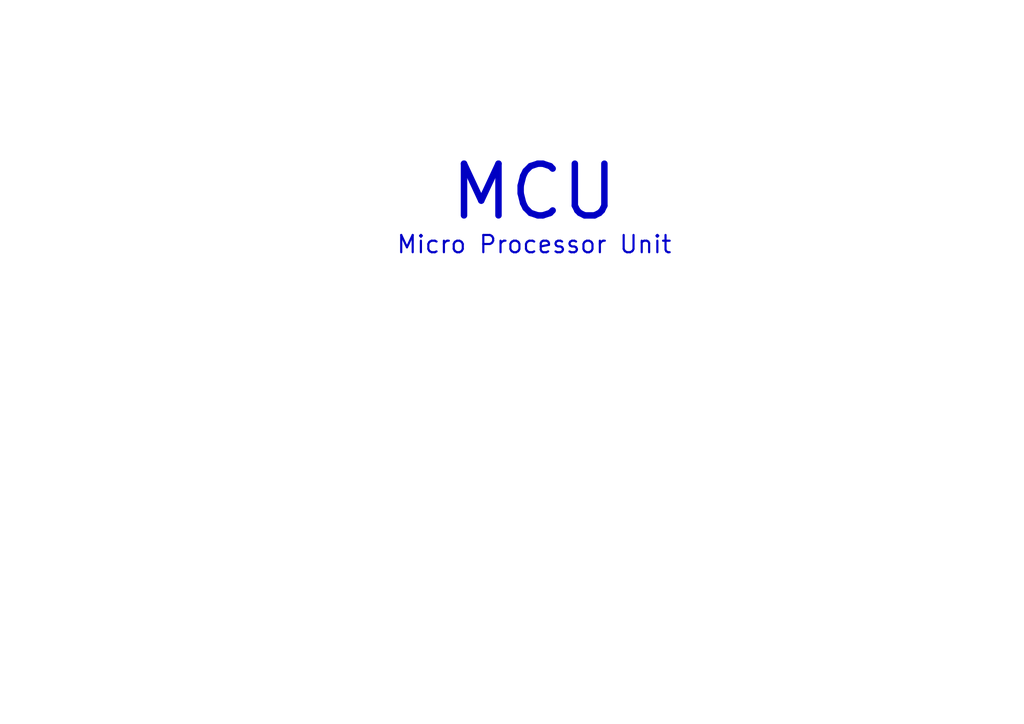
<source format=kicad_sch>
(kicad_sch (version 20250114) (generator "eeschema") (generator_version "9.0")
  (paper "A4")
  (title_block (title "Micro Processor Unit"))
  (lib_symbols)
  (text "Micro Processor Unit" (at 154.94 71.12 0) (effects (font (size 5 5) (thickness 0.625))))
  (text "MCU" (at 154.94 55.88 0) (effects (font (size 15 15) (thickness 1.875))))
  (sheet (at 299.72 93.98) (size 15.24 7.62) (stroke (width 0.1524))
    (property "Sheetname" "Back Panel-iSBX Connections" (at 299.72 93.2684 0) (effects (justify left bottom)))
    (property "Sheetfile" "socket.kicad_sch" (at 299.72 102.1846 0) (effects (justify left top)))
  )
  (sheet (at 299.72 109.22) (size 15.24 7.62) (stroke (width 0.1524))
    (property "Sheetname" "Debouncing" (at 299.72 108.5084 0) (effects (justify left bottom)))
    (property "Sheetfile" "debouncing.kicad_sch" (at 299.72 117.4246 0) (effects (justify left top)))
  )
  (sheet (at 299.72 33.02) (size 15.24 7.62) (stroke (width 0.1524))
    (property "Sheetname" "μP,PROM,RAM" (at 299.72 32.3084 0) (effects (justify left bottom)))
    (property "Sheetfile" "cpu.kicad_sch" (at 299.72 41.2246 0) (effects (justify left top)))
  )
  (sheet (at 299.72 63.5) (size 15.24 7.62) (stroke (width 0.1524))
    (property "Sheetname" "Bus-interface" (at 299.72 62.7884 0) (effects (justify left bottom)))
    (property "Sheetfile" "bus.kicad_sch" (at 299.72 71.7046 0) (effects (justify left top)))
  )
  (sheet (at 299.72 48.26) (size 15.24 7.62) (stroke (width 0.1524))
    (property "Sheetname" "Interrupts,MUART,RS232,LED-Display" (at 299.72 47.5484 0) (effects (justify left bottom)))
    (property "Sheetfile" "untitled.kicad_sch" (at 299.72 56.4646 0) (effects (justify left top)))
  )
  (sheet (at 299.72 78.74) (size 15.24 7.62) (stroke (width 0.1524))
    (property "Sheetname" "Parallel Input-Output" (at 299.72 78.0284 0) (effects (justify left bottom)))
    (property "Sheetfile" "io.kicad_sch" (at 299.72 86.9446 0) (effects (justify left top)))
  )
)
</source>
